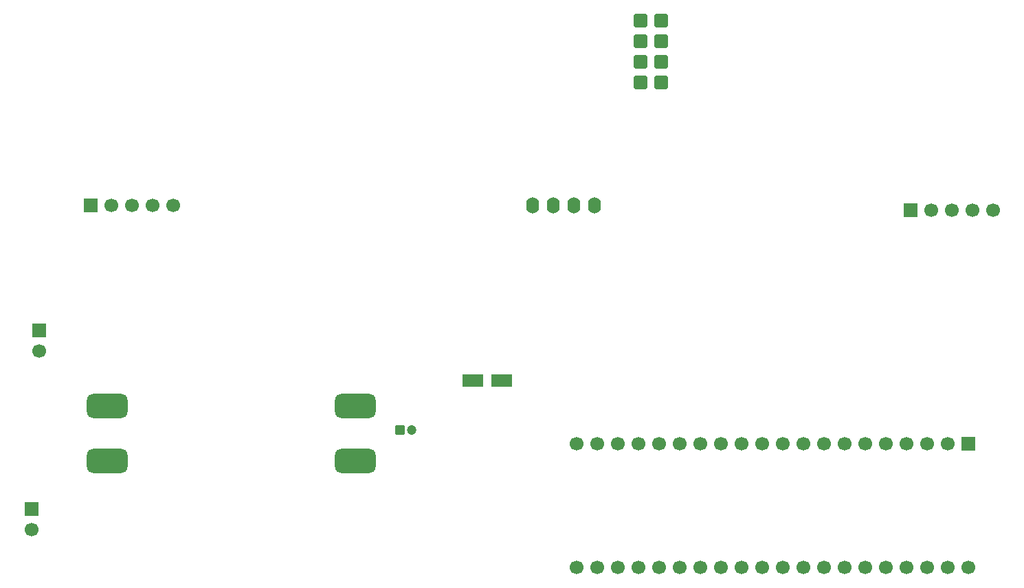
<source format=gbs>
%TF.GenerationSoftware,KiCad,Pcbnew,9.0.2*%
%TF.CreationDate,2025-07-07T16:52:20+05:30*%
%TF.ProjectId,Joystick,4a6f7973-7469-4636-9b2e-6b696361645f,rev?*%
%TF.SameCoordinates,Original*%
%TF.FileFunction,Soldermask,Bot*%
%TF.FilePolarity,Negative*%
%FSLAX46Y46*%
G04 Gerber Fmt 4.6, Leading zero omitted, Abs format (unit mm)*
G04 Created by KiCad (PCBNEW 9.0.2) date 2025-07-07 16:52:20*
%MOMM*%
%LPD*%
G01*
G04 APERTURE LIST*
G04 Aperture macros list*
%AMRoundRect*
0 Rectangle with rounded corners*
0 $1 Rounding radius*
0 $2 $3 $4 $5 $6 $7 $8 $9 X,Y pos of 4 corners*
0 Add a 4 corners polygon primitive as box body*
4,1,4,$2,$3,$4,$5,$6,$7,$8,$9,$2,$3,0*
0 Add four circle primitives for the rounded corners*
1,1,$1+$1,$2,$3*
1,1,$1+$1,$4,$5*
1,1,$1+$1,$6,$7*
1,1,$1+$1,$8,$9*
0 Add four rect primitives between the rounded corners*
20,1,$1+$1,$2,$3,$4,$5,0*
20,1,$1+$1,$4,$5,$6,$7,0*
20,1,$1+$1,$6,$7,$8,$9,0*
20,1,$1+$1,$8,$9,$2,$3,0*%
G04 Aperture macros list end*
%ADD10R,1.700000X1.700000*%
%ADD11C,1.700000*%
%ADD12O,1.600000X2.000000*%
%ADD13RoundRect,0.102000X0.704000X-0.704000X0.704000X0.704000X-0.704000X0.704000X-0.704000X-0.704000X0*%
%ADD14RoundRect,0.250000X-1.050000X-0.550000X1.050000X-0.550000X1.050000X0.550000X-1.050000X0.550000X0*%
%ADD15RoundRect,0.750000X-1.750000X-0.750000X1.750000X-0.750000X1.750000X0.750000X-1.750000X0.750000X0*%
%ADD16RoundRect,0.250000X-0.350000X-0.350000X0.350000X-0.350000X0.350000X0.350000X-0.350000X0.350000X0*%
%ADD17C,1.200000*%
G04 APERTURE END LIST*
D10*
%TO.C,J6*%
X225920000Y-94000000D03*
D11*
X228460000Y-94000000D03*
X231000000Y-94000000D03*
X233540000Y-94000000D03*
X236080000Y-94000000D03*
%TD*%
D10*
%TO.C,J5*%
X124920000Y-93385000D03*
D11*
X127460000Y-93385000D03*
X130000000Y-93385000D03*
X132540000Y-93385000D03*
X135080000Y-93385000D03*
%TD*%
D10*
%TO.C,J4*%
X117615000Y-130825000D03*
D11*
X117615000Y-133365000D03*
%TD*%
D10*
%TO.C,J3*%
X118615000Y-108825000D03*
D11*
X118615000Y-111365000D03*
%TD*%
D10*
%TO.C,U1*%
X233080000Y-122760000D03*
D11*
X230540000Y-122760000D03*
X228000000Y-122760000D03*
X225460000Y-122760000D03*
X222920000Y-122760000D03*
X220380000Y-122760000D03*
X217840000Y-122760000D03*
X215300000Y-122760000D03*
X212760000Y-122760000D03*
X210220000Y-122760000D03*
X207680000Y-122760000D03*
X205140000Y-122760000D03*
X202600000Y-122760000D03*
X200060000Y-122760000D03*
X197520000Y-122760000D03*
X194980000Y-122760000D03*
X192440000Y-122760000D03*
X189900000Y-122760000D03*
X187360000Y-122760000D03*
X184820000Y-122760000D03*
X184820000Y-138000000D03*
X187360000Y-138000000D03*
X189900000Y-138000000D03*
X192440000Y-138000000D03*
X194980000Y-138000000D03*
X197520000Y-138000000D03*
X200060000Y-138000000D03*
X202600000Y-138000000D03*
X205140000Y-138000000D03*
X207680000Y-138000000D03*
X210220000Y-138000000D03*
X212760000Y-138000000D03*
X215300000Y-138000000D03*
X217840000Y-138000000D03*
X220380000Y-138000000D03*
X222920000Y-138000000D03*
X225460000Y-138000000D03*
X228000000Y-138000000D03*
X230540000Y-138000000D03*
X233080000Y-138000000D03*
%TD*%
D12*
%TO.C,Brd1*%
X179380000Y-93400000D03*
X181920000Y-93400000D03*
X184460000Y-93400000D03*
X187000000Y-93400000D03*
%TD*%
D13*
%TO.C,U2*%
X195230000Y-78270000D03*
X192690000Y-78270000D03*
X195230000Y-75730000D03*
X192690000Y-75730000D03*
X195230000Y-73190000D03*
X192690000Y-73190000D03*
X195230000Y-70650000D03*
X192690000Y-70650000D03*
%TD*%
D14*
%TO.C,C1*%
X172000000Y-115000000D03*
X175600000Y-115000000D03*
%TD*%
D15*
%TO.C,U3*%
X127000000Y-118100000D03*
X127000000Y-124900000D03*
X157500000Y-124900000D03*
X157500000Y-118100000D03*
%TD*%
D16*
%TO.C,C2*%
X163000000Y-121100000D03*
D17*
X164500000Y-121100000D03*
%TD*%
M02*

</source>
